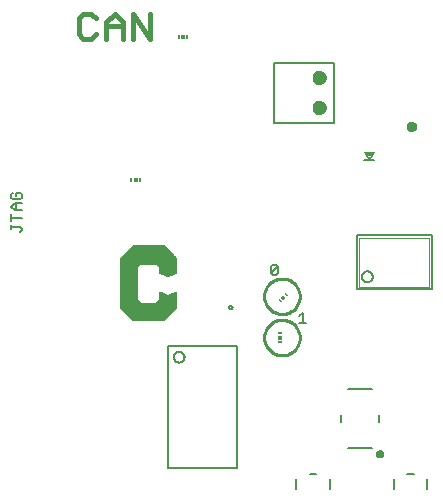
<source format=gto>
G75*
G70*
%OFA0B0*%
%FSLAX24Y24*%
%IPPOS*%
%LPD*%
%AMOC8*
5,1,8,0,0,1.08239X$1,22.5*
%
%ADD10C,0.0050*%
%ADD11C,0.0098*%
%ADD12C,0.0150*%
%ADD13R,0.0059X0.0118*%
%ADD14R,0.0118X0.0118*%
%ADD15R,0.0118X0.0059*%
%ADD16R,0.0118X0.0118*%
%ADD17C,0.0004*%
%ADD18C,0.0236*%
%ADD19C,0.0060*%
%ADD20C,0.0080*%
%ADD21C,0.0157*%
%ADD22C,0.0039*%
%ADD23C,0.0079*%
%ADD24C,0.0020*%
D10*
X008480Y007788D02*
X008482Y007802D01*
X008488Y007816D01*
X008496Y007828D01*
X008508Y007836D01*
X008522Y007842D01*
X008536Y007844D01*
X008550Y007842D01*
X008564Y007836D01*
X008576Y007828D01*
X008584Y007816D01*
X008590Y007802D01*
X008592Y007788D01*
X008590Y007774D01*
X008584Y007760D01*
X008576Y007748D01*
X008564Y007740D01*
X008550Y007734D01*
X008536Y007732D01*
X008522Y007734D01*
X008508Y007740D01*
X008496Y007748D01*
X008488Y007760D01*
X008482Y007774D01*
X008480Y007788D01*
X009870Y008923D02*
X010099Y009153D01*
X010099Y008923D01*
X010042Y008866D01*
X009927Y008866D01*
X009870Y008923D01*
X009870Y009153D01*
X009927Y009210D01*
X010042Y009210D01*
X010099Y009153D01*
X010929Y007596D02*
X010929Y007252D01*
X010815Y007252D02*
X011044Y007252D01*
X010815Y007481D02*
X010929Y007596D01*
X013497Y002887D02*
X013499Y002893D01*
X013503Y002897D01*
X013510Y002898D01*
X013515Y002895D01*
X013519Y002890D01*
X013519Y002884D01*
X013515Y002879D01*
X013510Y002876D01*
X013503Y002877D01*
X013499Y002881D01*
X013497Y002887D01*
X013451Y002887D02*
X013453Y002902D01*
X013459Y002915D01*
X013468Y002927D01*
X013479Y002936D01*
X013493Y002942D01*
X013508Y002944D01*
X013523Y002942D01*
X013536Y002936D01*
X013548Y002927D01*
X013557Y002916D01*
X013563Y002902D01*
X013565Y002887D01*
X013563Y002872D01*
X013557Y002859D01*
X013548Y002847D01*
X013537Y002838D01*
X013523Y002832D01*
X013508Y002830D01*
X013493Y002832D01*
X013480Y002838D01*
X013468Y002847D01*
X013459Y002858D01*
X013453Y002872D01*
X013451Y002887D01*
X013404Y002887D02*
X013406Y002907D01*
X013411Y002926D01*
X013421Y002943D01*
X013433Y002959D01*
X013448Y002972D01*
X013465Y002982D01*
X013483Y002988D01*
X013503Y002991D01*
X013523Y002990D01*
X013542Y002985D01*
X013560Y002977D01*
X013576Y002966D01*
X013590Y002951D01*
X013600Y002935D01*
X013608Y002916D01*
X013612Y002897D01*
X013612Y002877D01*
X013608Y002858D01*
X013600Y002839D01*
X013590Y002823D01*
X013576Y002808D01*
X013560Y002797D01*
X013542Y002789D01*
X013523Y002784D01*
X013503Y002783D01*
X013483Y002786D01*
X013465Y002792D01*
X013448Y002802D01*
X013433Y002815D01*
X013421Y002831D01*
X013411Y002848D01*
X013406Y002867D01*
X013404Y002887D01*
X011977Y013943D02*
X009977Y013943D01*
X009977Y015943D01*
X011977Y015943D01*
X011977Y013943D01*
X001562Y011553D02*
X001562Y011438D01*
X001505Y011381D01*
X001275Y011381D01*
X001218Y011438D01*
X001218Y011553D01*
X001275Y011610D01*
X001390Y011610D02*
X001390Y011495D01*
X001390Y011610D02*
X001505Y011610D01*
X001562Y011553D01*
X001562Y011247D02*
X001333Y011247D01*
X001218Y011133D01*
X001333Y011018D01*
X001562Y011018D01*
X001390Y011018D02*
X001390Y011247D01*
X001218Y010885D02*
X001218Y010656D01*
X001218Y010770D02*
X001562Y010770D01*
X001505Y010465D02*
X001218Y010465D01*
X001218Y010408D02*
X001218Y010522D01*
X001505Y010465D02*
X001562Y010408D01*
X001562Y010351D01*
X001505Y010293D01*
D11*
X009648Y008152D02*
X009650Y008200D01*
X009656Y008248D01*
X009666Y008295D01*
X009679Y008341D01*
X009697Y008386D01*
X009717Y008430D01*
X009742Y008472D01*
X009770Y008511D01*
X009800Y008548D01*
X009834Y008582D01*
X009871Y008614D01*
X009909Y008643D01*
X009950Y008668D01*
X009993Y008690D01*
X010038Y008708D01*
X010084Y008722D01*
X010131Y008733D01*
X010179Y008740D01*
X010227Y008743D01*
X010275Y008742D01*
X010323Y008737D01*
X010371Y008728D01*
X010417Y008716D01*
X010462Y008699D01*
X010506Y008679D01*
X010548Y008656D01*
X010588Y008629D01*
X010626Y008599D01*
X010661Y008566D01*
X010693Y008530D01*
X010723Y008492D01*
X010749Y008451D01*
X010771Y008408D01*
X010791Y008364D01*
X010806Y008319D01*
X010818Y008272D01*
X010826Y008224D01*
X010830Y008176D01*
X010830Y008128D01*
X010826Y008080D01*
X010818Y008032D01*
X010806Y007985D01*
X010791Y007940D01*
X010771Y007896D01*
X010749Y007853D01*
X010723Y007812D01*
X010693Y007774D01*
X010661Y007738D01*
X010626Y007705D01*
X010588Y007675D01*
X010548Y007648D01*
X010506Y007625D01*
X010462Y007605D01*
X010417Y007588D01*
X010371Y007576D01*
X010323Y007567D01*
X010275Y007562D01*
X010227Y007561D01*
X010179Y007564D01*
X010131Y007571D01*
X010084Y007582D01*
X010038Y007596D01*
X009993Y007614D01*
X009950Y007636D01*
X009909Y007661D01*
X009871Y007690D01*
X009834Y007722D01*
X009800Y007756D01*
X009770Y007793D01*
X009742Y007832D01*
X009717Y007874D01*
X009697Y007918D01*
X009679Y007963D01*
X009666Y008009D01*
X009656Y008056D01*
X009650Y008104D01*
X009648Y008152D01*
X009648Y006774D02*
X009650Y006822D01*
X009656Y006870D01*
X009666Y006917D01*
X009679Y006963D01*
X009697Y007008D01*
X009717Y007052D01*
X009742Y007094D01*
X009770Y007133D01*
X009800Y007170D01*
X009834Y007204D01*
X009871Y007236D01*
X009909Y007265D01*
X009950Y007290D01*
X009993Y007312D01*
X010038Y007330D01*
X010084Y007344D01*
X010131Y007355D01*
X010179Y007362D01*
X010227Y007365D01*
X010275Y007364D01*
X010323Y007359D01*
X010371Y007350D01*
X010417Y007338D01*
X010462Y007321D01*
X010506Y007301D01*
X010548Y007278D01*
X010588Y007251D01*
X010626Y007221D01*
X010661Y007188D01*
X010693Y007152D01*
X010723Y007114D01*
X010749Y007073D01*
X010771Y007030D01*
X010791Y006986D01*
X010806Y006941D01*
X010818Y006894D01*
X010826Y006846D01*
X010830Y006798D01*
X010830Y006750D01*
X010826Y006702D01*
X010818Y006654D01*
X010806Y006607D01*
X010791Y006562D01*
X010771Y006518D01*
X010749Y006475D01*
X010723Y006434D01*
X010693Y006396D01*
X010661Y006360D01*
X010626Y006327D01*
X010588Y006297D01*
X010548Y006270D01*
X010506Y006247D01*
X010462Y006227D01*
X010417Y006210D01*
X010371Y006198D01*
X010323Y006189D01*
X010275Y006184D01*
X010227Y006183D01*
X010179Y006186D01*
X010131Y006193D01*
X010084Y006204D01*
X010038Y006218D01*
X009993Y006236D01*
X009950Y006258D01*
X009909Y006283D01*
X009871Y006312D01*
X009834Y006344D01*
X009800Y006378D01*
X009770Y006415D01*
X009742Y006454D01*
X009717Y006496D01*
X009697Y006540D01*
X009679Y006585D01*
X009666Y006631D01*
X009656Y006678D01*
X009650Y006726D01*
X009648Y006774D01*
D12*
X005842Y016741D02*
X005842Y017576D01*
X005285Y017576D02*
X005842Y016741D01*
X005285Y016741D02*
X005285Y017576D01*
X004936Y017297D02*
X004936Y016741D01*
X004936Y017158D02*
X004379Y017158D01*
X004379Y017297D02*
X004658Y017576D01*
X004936Y017297D01*
X004379Y017297D02*
X004379Y016741D01*
X004030Y016880D02*
X003890Y016741D01*
X003612Y016741D01*
X003473Y016880D01*
X003473Y017437D01*
X003612Y017576D01*
X003890Y017576D01*
X004030Y017437D01*
D13*
X006794Y016804D03*
X007089Y016804D03*
X005514Y012030D03*
X005219Y012030D03*
G36*
X010114Y008027D02*
X010155Y008068D01*
X010238Y007985D01*
X010197Y007944D01*
X010114Y008027D01*
G37*
G36*
X010323Y008236D02*
X010364Y008277D01*
X010447Y008194D01*
X010406Y008153D01*
X010323Y008236D01*
G37*
D14*
G36*
X010197Y008110D02*
X010280Y008193D01*
X010363Y008110D01*
X010280Y008027D01*
X010197Y008110D01*
G37*
D15*
X010179Y006922D03*
X010179Y006626D03*
D16*
X010179Y006774D03*
X005366Y012030D03*
X006941Y016804D03*
D17*
X006292Y007345D02*
X005268Y007345D01*
X006292Y007345D01*
X006705Y007758D01*
X006705Y008310D01*
X006429Y008191D01*
X006154Y008310D01*
X006154Y008054D01*
X006705Y008054D01*
X006705Y008052D02*
X006152Y008052D01*
X006154Y008054D02*
X006036Y007936D01*
X005504Y007936D01*
X005406Y008034D01*
X005406Y009136D01*
X004855Y009136D01*
X004855Y009138D02*
X005408Y009138D01*
X005406Y009136D02*
X005504Y009235D01*
X006055Y009235D01*
X006154Y009136D01*
X006705Y009136D01*
X006705Y009138D02*
X006152Y009138D01*
X006154Y009136D02*
X006154Y008939D01*
X006429Y008821D01*
X006705Y008939D01*
X006705Y009432D01*
X006292Y009845D01*
X005268Y009845D01*
X004855Y009432D01*
X004855Y007758D01*
X005268Y007345D01*
X005266Y007347D02*
X006294Y007347D01*
X006297Y007350D02*
X005263Y007350D01*
X005261Y007352D02*
X006299Y007352D01*
X006302Y007355D02*
X005258Y007355D01*
X005256Y007357D02*
X006304Y007357D01*
X006307Y007360D02*
X005253Y007360D01*
X005251Y007362D02*
X006309Y007362D01*
X006311Y007365D02*
X005248Y007365D01*
X005246Y007367D02*
X006314Y007367D01*
X006316Y007370D02*
X005243Y007370D01*
X005241Y007372D02*
X006319Y007372D01*
X006321Y007375D02*
X005238Y007375D01*
X005236Y007377D02*
X006324Y007377D01*
X006326Y007380D02*
X005233Y007380D01*
X005231Y007382D02*
X006329Y007382D01*
X006331Y007385D02*
X005228Y007385D01*
X005226Y007387D02*
X006334Y007387D01*
X006336Y007390D02*
X005223Y007390D01*
X005221Y007392D02*
X006339Y007392D01*
X006341Y007395D02*
X005218Y007395D01*
X005216Y007397D02*
X006344Y007397D01*
X006346Y007400D02*
X005213Y007400D01*
X005211Y007402D02*
X006349Y007402D01*
X006351Y007404D02*
X005209Y007404D01*
X005206Y007407D02*
X006354Y007407D01*
X006356Y007409D02*
X005204Y007409D01*
X005201Y007412D02*
X006359Y007412D01*
X006361Y007414D02*
X005199Y007414D01*
X005196Y007417D02*
X006364Y007417D01*
X006366Y007419D02*
X005194Y007419D01*
X005191Y007422D02*
X006369Y007422D01*
X006371Y007424D02*
X005189Y007424D01*
X005186Y007427D02*
X006374Y007427D01*
X006376Y007429D02*
X005184Y007429D01*
X005181Y007432D02*
X006378Y007432D01*
X006381Y007434D02*
X005179Y007434D01*
X005176Y007437D02*
X006383Y007437D01*
X006386Y007439D02*
X005174Y007439D01*
X005171Y007442D02*
X006388Y007442D01*
X006391Y007444D02*
X005169Y007444D01*
X005166Y007447D02*
X006393Y007447D01*
X006396Y007449D02*
X005164Y007449D01*
X005161Y007452D02*
X006398Y007452D01*
X006401Y007454D02*
X005159Y007454D01*
X005156Y007457D02*
X006403Y007457D01*
X006406Y007459D02*
X005154Y007459D01*
X005151Y007462D02*
X006408Y007462D01*
X006411Y007464D02*
X005149Y007464D01*
X005146Y007466D02*
X006413Y007466D01*
X006416Y007469D02*
X005144Y007469D01*
X005142Y007471D02*
X006418Y007471D01*
X006421Y007474D02*
X005139Y007474D01*
X005137Y007476D02*
X006423Y007476D01*
X006426Y007479D02*
X005134Y007479D01*
X005132Y007481D02*
X006428Y007481D01*
X006431Y007484D02*
X005129Y007484D01*
X005127Y007486D02*
X006433Y007486D01*
X006436Y007489D02*
X005124Y007489D01*
X005122Y007491D02*
X006438Y007491D01*
X006440Y007494D02*
X005119Y007494D01*
X005117Y007496D02*
X006443Y007496D01*
X006445Y007499D02*
X005114Y007499D01*
X005112Y007501D02*
X006448Y007501D01*
X006450Y007504D02*
X005109Y007504D01*
X005107Y007506D02*
X006453Y007506D01*
X006455Y007509D02*
X005104Y007509D01*
X005102Y007511D02*
X006458Y007511D01*
X006460Y007514D02*
X005099Y007514D01*
X005097Y007516D02*
X006463Y007516D01*
X006465Y007519D02*
X005094Y007519D01*
X005092Y007521D02*
X006468Y007521D01*
X006470Y007524D02*
X005089Y007524D01*
X005087Y007526D02*
X006473Y007526D01*
X006475Y007529D02*
X005084Y007529D01*
X005082Y007531D02*
X006478Y007531D01*
X006480Y007533D02*
X005080Y007533D01*
X005077Y007536D02*
X006483Y007536D01*
X006485Y007538D02*
X005075Y007538D01*
X005072Y007541D02*
X006488Y007541D01*
X006490Y007543D02*
X005070Y007543D01*
X005067Y007546D02*
X006493Y007546D01*
X006495Y007548D02*
X005065Y007548D01*
X005062Y007551D02*
X006498Y007551D01*
X006500Y007553D02*
X005060Y007553D01*
X005057Y007556D02*
X006502Y007556D01*
X006505Y007558D02*
X005055Y007558D01*
X005052Y007561D02*
X006507Y007561D01*
X006510Y007563D02*
X005050Y007563D01*
X005047Y007566D02*
X006512Y007566D01*
X006515Y007568D02*
X005045Y007568D01*
X005042Y007571D02*
X006517Y007571D01*
X006520Y007573D02*
X005040Y007573D01*
X005037Y007576D02*
X006522Y007576D01*
X006525Y007578D02*
X005035Y007578D01*
X005032Y007581D02*
X006527Y007581D01*
X006530Y007583D02*
X005030Y007583D01*
X005027Y007586D02*
X006532Y007586D01*
X006535Y007588D02*
X005025Y007588D01*
X005022Y007591D02*
X006537Y007591D01*
X006540Y007593D02*
X005020Y007593D01*
X005018Y007595D02*
X006542Y007595D01*
X006545Y007598D02*
X005015Y007598D01*
X005013Y007600D02*
X006547Y007600D01*
X006550Y007603D02*
X005010Y007603D01*
X005008Y007605D02*
X006552Y007605D01*
X006555Y007608D02*
X005005Y007608D01*
X005003Y007610D02*
X006557Y007610D01*
X006560Y007613D02*
X005000Y007613D01*
X004998Y007615D02*
X006562Y007615D01*
X006564Y007618D02*
X004995Y007618D01*
X004993Y007620D02*
X006567Y007620D01*
X006569Y007623D02*
X004990Y007623D01*
X004988Y007625D02*
X006572Y007625D01*
X006574Y007628D02*
X004985Y007628D01*
X004983Y007630D02*
X006577Y007630D01*
X006579Y007633D02*
X004980Y007633D01*
X004978Y007635D02*
X006582Y007635D01*
X006584Y007638D02*
X004975Y007638D01*
X004973Y007640D02*
X006587Y007640D01*
X006589Y007643D02*
X004970Y007643D01*
X004968Y007645D02*
X006592Y007645D01*
X006594Y007648D02*
X004965Y007648D01*
X004963Y007650D02*
X006597Y007650D01*
X006599Y007653D02*
X004960Y007653D01*
X004958Y007655D02*
X006602Y007655D01*
X006604Y007657D02*
X004956Y007657D01*
X004953Y007660D02*
X006607Y007660D01*
X006609Y007662D02*
X004951Y007662D01*
X004948Y007665D02*
X006612Y007665D01*
X006614Y007667D02*
X004946Y007667D01*
X004943Y007670D02*
X006617Y007670D01*
X006619Y007672D02*
X004941Y007672D01*
X004938Y007675D02*
X006622Y007675D01*
X006624Y007677D02*
X004936Y007677D01*
X004933Y007680D02*
X006626Y007680D01*
X006629Y007682D02*
X004931Y007682D01*
X004928Y007685D02*
X006631Y007685D01*
X006634Y007687D02*
X004926Y007687D01*
X004923Y007690D02*
X006636Y007690D01*
X006639Y007692D02*
X004921Y007692D01*
X004918Y007695D02*
X006641Y007695D01*
X006644Y007697D02*
X004916Y007697D01*
X004913Y007700D02*
X006646Y007700D01*
X006649Y007702D02*
X004911Y007702D01*
X004908Y007705D02*
X006651Y007705D01*
X006654Y007707D02*
X004906Y007707D01*
X004903Y007710D02*
X006656Y007710D01*
X006659Y007712D02*
X004901Y007712D01*
X004898Y007715D02*
X006661Y007715D01*
X006664Y007717D02*
X004896Y007717D01*
X004894Y007719D02*
X006666Y007719D01*
X006669Y007722D02*
X004891Y007722D01*
X004889Y007724D02*
X006671Y007724D01*
X006674Y007727D02*
X004886Y007727D01*
X004884Y007729D02*
X006676Y007729D01*
X006679Y007732D02*
X004881Y007732D01*
X004879Y007734D02*
X006681Y007734D01*
X006684Y007737D02*
X004876Y007737D01*
X004874Y007739D02*
X006686Y007739D01*
X006689Y007742D02*
X004871Y007742D01*
X004869Y007744D02*
X006691Y007744D01*
X006693Y007747D02*
X004866Y007747D01*
X004864Y007749D02*
X006696Y007749D01*
X006698Y007752D02*
X004861Y007752D01*
X004859Y007754D02*
X006701Y007754D01*
X006703Y007757D02*
X004856Y007757D01*
X004855Y007759D02*
X006705Y007759D01*
X006705Y007762D02*
X004855Y007762D01*
X004855Y007764D02*
X006705Y007764D01*
X006705Y007767D02*
X004855Y007767D01*
X004855Y007769D02*
X006705Y007769D01*
X006705Y007772D02*
X004855Y007772D01*
X004855Y007774D02*
X006705Y007774D01*
X006705Y007777D02*
X004855Y007777D01*
X004855Y007779D02*
X006705Y007779D01*
X006705Y007781D02*
X004855Y007781D01*
X004855Y007784D02*
X006705Y007784D01*
X006705Y007786D02*
X004855Y007786D01*
X004855Y007789D02*
X006705Y007789D01*
X006705Y007791D02*
X004855Y007791D01*
X004855Y007794D02*
X006705Y007794D01*
X006705Y007796D02*
X004855Y007796D01*
X004855Y007799D02*
X006705Y007799D01*
X006705Y007801D02*
X004855Y007801D01*
X004855Y007804D02*
X006705Y007804D01*
X006705Y007806D02*
X004855Y007806D01*
X004855Y007809D02*
X006705Y007809D01*
X006705Y007811D02*
X004855Y007811D01*
X004855Y007814D02*
X006705Y007814D01*
X006705Y007816D02*
X004855Y007816D01*
X004855Y007819D02*
X006705Y007819D01*
X006705Y007821D02*
X004855Y007821D01*
X004855Y007824D02*
X006705Y007824D01*
X006705Y007826D02*
X004855Y007826D01*
X004855Y007829D02*
X006705Y007829D01*
X006705Y007831D02*
X004855Y007831D01*
X004855Y007834D02*
X006705Y007834D01*
X006705Y007836D02*
X004855Y007836D01*
X004855Y007839D02*
X006705Y007839D01*
X006705Y007841D02*
X004855Y007841D01*
X004855Y007844D02*
X006705Y007844D01*
X006705Y007846D02*
X004855Y007846D01*
X004855Y007848D02*
X006705Y007848D01*
X006705Y007851D02*
X004855Y007851D01*
X004855Y007853D02*
X006705Y007853D01*
X006705Y007856D02*
X004855Y007856D01*
X004855Y007858D02*
X006705Y007858D01*
X006705Y007861D02*
X004855Y007861D01*
X004855Y007863D02*
X006705Y007863D01*
X006705Y007866D02*
X004855Y007866D01*
X004855Y007868D02*
X006705Y007868D01*
X006705Y007871D02*
X004855Y007871D01*
X004855Y007873D02*
X006705Y007873D01*
X006705Y007876D02*
X004855Y007876D01*
X004855Y007878D02*
X006705Y007878D01*
X006705Y007881D02*
X004855Y007881D01*
X004855Y007883D02*
X006705Y007883D01*
X006705Y007886D02*
X004855Y007886D01*
X004855Y007888D02*
X006705Y007888D01*
X006705Y007891D02*
X004855Y007891D01*
X004855Y007893D02*
X006705Y007893D01*
X006705Y007896D02*
X004855Y007896D01*
X004855Y007898D02*
X006705Y007898D01*
X006705Y007901D02*
X004855Y007901D01*
X004855Y007903D02*
X006705Y007903D01*
X006705Y007906D02*
X004855Y007906D01*
X004855Y007908D02*
X006705Y007908D01*
X006705Y007910D02*
X004855Y007910D01*
X004855Y007913D02*
X006705Y007913D01*
X006705Y007915D02*
X004855Y007915D01*
X004855Y007918D02*
X006705Y007918D01*
X006705Y007920D02*
X004855Y007920D01*
X004855Y007923D02*
X006705Y007923D01*
X006705Y007925D02*
X004855Y007925D01*
X004855Y007928D02*
X006705Y007928D01*
X006705Y007930D02*
X004855Y007930D01*
X004855Y007933D02*
X006705Y007933D01*
X006705Y007935D02*
X004855Y007935D01*
X004855Y007938D02*
X005502Y007938D01*
X005500Y007940D02*
X004855Y007940D01*
X004855Y007943D02*
X005497Y007943D01*
X005495Y007945D02*
X004855Y007945D01*
X004855Y007948D02*
X005492Y007948D01*
X005490Y007950D02*
X004855Y007950D01*
X004855Y007953D02*
X005487Y007953D01*
X005485Y007955D02*
X004855Y007955D01*
X004855Y007958D02*
X005482Y007958D01*
X005480Y007960D02*
X004855Y007960D01*
X004855Y007963D02*
X005477Y007963D01*
X005475Y007965D02*
X004855Y007965D01*
X004855Y007968D02*
X005472Y007968D01*
X005470Y007970D02*
X004855Y007970D01*
X004855Y007972D02*
X005467Y007972D01*
X005465Y007975D02*
X004855Y007975D01*
X004855Y007977D02*
X005462Y007977D01*
X005460Y007980D02*
X004855Y007980D01*
X004855Y007982D02*
X005457Y007982D01*
X005455Y007985D02*
X004855Y007985D01*
X004855Y007987D02*
X005452Y007987D01*
X005450Y007990D02*
X004855Y007990D01*
X004855Y007992D02*
X005447Y007992D01*
X005445Y007995D02*
X004855Y007995D01*
X004855Y007997D02*
X005442Y007997D01*
X005440Y008000D02*
X004855Y008000D01*
X004855Y008002D02*
X005438Y008002D01*
X005435Y008005D02*
X004855Y008005D01*
X004855Y008007D02*
X005433Y008007D01*
X005430Y008010D02*
X004855Y008010D01*
X004855Y008012D02*
X005428Y008012D01*
X005425Y008015D02*
X004855Y008015D01*
X004855Y008017D02*
X005423Y008017D01*
X005420Y008020D02*
X004855Y008020D01*
X004855Y008022D02*
X005418Y008022D01*
X005415Y008025D02*
X004855Y008025D01*
X004855Y008027D02*
X005413Y008027D01*
X005410Y008030D02*
X004855Y008030D01*
X004855Y008032D02*
X005408Y008032D01*
X005406Y008034D02*
X004855Y008034D01*
X004855Y008037D02*
X005406Y008037D01*
X005406Y008039D02*
X004855Y008039D01*
X004855Y008042D02*
X005406Y008042D01*
X005406Y008044D02*
X004855Y008044D01*
X004855Y008047D02*
X005406Y008047D01*
X005406Y008049D02*
X004855Y008049D01*
X004855Y008052D02*
X005406Y008052D01*
X005406Y008054D02*
X004855Y008054D01*
X004855Y008057D02*
X005406Y008057D01*
X005406Y008059D02*
X004855Y008059D01*
X004855Y008062D02*
X005406Y008062D01*
X005406Y008064D02*
X004855Y008064D01*
X004855Y008067D02*
X005406Y008067D01*
X005406Y008069D02*
X004855Y008069D01*
X004855Y008072D02*
X005406Y008072D01*
X005406Y008074D02*
X004855Y008074D01*
X004855Y008077D02*
X005406Y008077D01*
X005406Y008079D02*
X004855Y008079D01*
X004855Y008082D02*
X005406Y008082D01*
X005406Y008084D02*
X004855Y008084D01*
X004855Y008087D02*
X005406Y008087D01*
X005406Y008089D02*
X004855Y008089D01*
X004855Y008092D02*
X005406Y008092D01*
X005406Y008094D02*
X004855Y008094D01*
X004855Y008096D02*
X005406Y008096D01*
X005406Y008099D02*
X004855Y008099D01*
X004855Y008101D02*
X005406Y008101D01*
X005406Y008104D02*
X004855Y008104D01*
X004855Y008106D02*
X005406Y008106D01*
X005406Y008109D02*
X004855Y008109D01*
X004855Y008111D02*
X005406Y008111D01*
X005406Y008114D02*
X004855Y008114D01*
X004855Y008116D02*
X005406Y008116D01*
X005406Y008119D02*
X004855Y008119D01*
X004855Y008121D02*
X005406Y008121D01*
X005406Y008124D02*
X004855Y008124D01*
X004855Y008126D02*
X005406Y008126D01*
X005406Y008129D02*
X004855Y008129D01*
X004855Y008131D02*
X005406Y008131D01*
X005406Y008134D02*
X004855Y008134D01*
X004855Y008136D02*
X005406Y008136D01*
X005406Y008139D02*
X004855Y008139D01*
X004855Y008141D02*
X005406Y008141D01*
X005406Y008144D02*
X004855Y008144D01*
X004855Y008146D02*
X005406Y008146D01*
X005406Y008149D02*
X004855Y008149D01*
X004855Y008151D02*
X005406Y008151D01*
X005406Y008154D02*
X004855Y008154D01*
X004855Y008156D02*
X005406Y008156D01*
X005406Y008159D02*
X004855Y008159D01*
X004855Y008161D02*
X005406Y008161D01*
X005406Y008163D02*
X004855Y008163D01*
X004855Y008166D02*
X005406Y008166D01*
X005406Y008168D02*
X004855Y008168D01*
X004855Y008171D02*
X005406Y008171D01*
X005406Y008173D02*
X004855Y008173D01*
X004855Y008176D02*
X005406Y008176D01*
X005406Y008178D02*
X004855Y008178D01*
X004855Y008181D02*
X005406Y008181D01*
X005406Y008183D02*
X004855Y008183D01*
X004855Y008186D02*
X005406Y008186D01*
X005406Y008188D02*
X004855Y008188D01*
X004855Y008191D02*
X005406Y008191D01*
X005406Y008193D02*
X004855Y008193D01*
X004855Y008196D02*
X005406Y008196D01*
X005406Y008198D02*
X004855Y008198D01*
X004855Y008201D02*
X005406Y008201D01*
X005406Y008203D02*
X004855Y008203D01*
X004855Y008206D02*
X005406Y008206D01*
X005406Y008208D02*
X004855Y008208D01*
X004855Y008211D02*
X005406Y008211D01*
X005406Y008213D02*
X004855Y008213D01*
X004855Y008216D02*
X005406Y008216D01*
X005406Y008218D02*
X004855Y008218D01*
X004855Y008221D02*
X005406Y008221D01*
X005406Y008223D02*
X004855Y008223D01*
X004855Y008225D02*
X005406Y008225D01*
X005406Y008228D02*
X004855Y008228D01*
X004855Y008230D02*
X005406Y008230D01*
X005406Y008233D02*
X004855Y008233D01*
X004855Y008235D02*
X005406Y008235D01*
X005406Y008238D02*
X004855Y008238D01*
X004855Y008240D02*
X005406Y008240D01*
X005406Y008243D02*
X004855Y008243D01*
X004855Y008245D02*
X005406Y008245D01*
X005406Y008248D02*
X004855Y008248D01*
X004855Y008250D02*
X005406Y008250D01*
X005406Y008253D02*
X004855Y008253D01*
X004855Y008255D02*
X005406Y008255D01*
X005406Y008258D02*
X004855Y008258D01*
X004855Y008260D02*
X005406Y008260D01*
X005406Y008263D02*
X004855Y008263D01*
X004855Y008265D02*
X005406Y008265D01*
X005406Y008268D02*
X004855Y008268D01*
X004855Y008270D02*
X005406Y008270D01*
X005406Y008273D02*
X004855Y008273D01*
X004855Y008275D02*
X005406Y008275D01*
X005406Y008278D02*
X004855Y008278D01*
X004855Y008280D02*
X005406Y008280D01*
X005406Y008283D02*
X004855Y008283D01*
X004855Y008285D02*
X005406Y008285D01*
X005406Y008287D02*
X004855Y008287D01*
X004855Y008290D02*
X005406Y008290D01*
X005406Y008292D02*
X004855Y008292D01*
X004855Y008295D02*
X005406Y008295D01*
X005406Y008297D02*
X004855Y008297D01*
X004855Y008300D02*
X005406Y008300D01*
X005406Y008302D02*
X004855Y008302D01*
X004855Y008305D02*
X005406Y008305D01*
X005406Y008307D02*
X004855Y008307D01*
X004855Y008310D02*
X005406Y008310D01*
X005406Y008312D02*
X004855Y008312D01*
X004855Y008315D02*
X005406Y008315D01*
X005406Y008317D02*
X004855Y008317D01*
X004855Y008320D02*
X005406Y008320D01*
X005406Y008322D02*
X004855Y008322D01*
X004855Y008325D02*
X005406Y008325D01*
X005406Y008327D02*
X004855Y008327D01*
X004855Y008330D02*
X005406Y008330D01*
X005406Y008332D02*
X004855Y008332D01*
X004855Y008335D02*
X005406Y008335D01*
X005406Y008337D02*
X004855Y008337D01*
X004855Y008340D02*
X005406Y008340D01*
X005406Y008342D02*
X004855Y008342D01*
X004855Y008345D02*
X005406Y008345D01*
X005406Y008347D02*
X004855Y008347D01*
X004855Y008349D02*
X005406Y008349D01*
X005406Y008352D02*
X004855Y008352D01*
X004855Y008354D02*
X005406Y008354D01*
X005406Y008357D02*
X004855Y008357D01*
X004855Y008359D02*
X005406Y008359D01*
X005406Y008362D02*
X004855Y008362D01*
X004855Y008364D02*
X005406Y008364D01*
X005406Y008367D02*
X004855Y008367D01*
X004855Y008369D02*
X005406Y008369D01*
X005406Y008372D02*
X004855Y008372D01*
X004855Y008374D02*
X005406Y008374D01*
X005406Y008377D02*
X004855Y008377D01*
X004855Y008379D02*
X005406Y008379D01*
X005406Y008382D02*
X004855Y008382D01*
X004855Y008384D02*
X005406Y008384D01*
X005406Y008387D02*
X004855Y008387D01*
X004855Y008389D02*
X005406Y008389D01*
X005406Y008392D02*
X004855Y008392D01*
X004855Y008394D02*
X005406Y008394D01*
X005406Y008397D02*
X004855Y008397D01*
X004855Y008399D02*
X005406Y008399D01*
X005406Y008402D02*
X004855Y008402D01*
X004855Y008404D02*
X005406Y008404D01*
X005406Y008407D02*
X004855Y008407D01*
X004855Y008409D02*
X005406Y008409D01*
X005406Y008411D02*
X004855Y008411D01*
X004855Y008414D02*
X005406Y008414D01*
X005406Y008416D02*
X004855Y008416D01*
X004855Y008419D02*
X005406Y008419D01*
X005406Y008421D02*
X004855Y008421D01*
X004855Y008424D02*
X005406Y008424D01*
X005406Y008426D02*
X004855Y008426D01*
X004855Y008429D02*
X005406Y008429D01*
X005406Y008431D02*
X004855Y008431D01*
X004855Y008434D02*
X005406Y008434D01*
X005406Y008436D02*
X004855Y008436D01*
X004855Y008439D02*
X005406Y008439D01*
X005406Y008441D02*
X004855Y008441D01*
X004855Y008444D02*
X005406Y008444D01*
X005406Y008446D02*
X004855Y008446D01*
X004855Y008449D02*
X005406Y008449D01*
X005406Y008451D02*
X004855Y008451D01*
X004855Y008454D02*
X005406Y008454D01*
X005406Y008456D02*
X004855Y008456D01*
X004855Y008459D02*
X005406Y008459D01*
X005406Y008461D02*
X004855Y008461D01*
X004855Y008464D02*
X005406Y008464D01*
X005406Y008466D02*
X004855Y008466D01*
X004855Y008469D02*
X005406Y008469D01*
X005406Y008471D02*
X004855Y008471D01*
X004855Y008474D02*
X005406Y008474D01*
X005406Y008476D02*
X004855Y008476D01*
X004855Y008478D02*
X005406Y008478D01*
X005406Y008481D02*
X004855Y008481D01*
X004855Y008483D02*
X005406Y008483D01*
X005406Y008486D02*
X004855Y008486D01*
X004855Y008488D02*
X005406Y008488D01*
X005406Y008491D02*
X004855Y008491D01*
X004855Y008493D02*
X005406Y008493D01*
X005406Y008496D02*
X004855Y008496D01*
X004855Y008498D02*
X005406Y008498D01*
X005406Y008501D02*
X004855Y008501D01*
X004855Y008503D02*
X005406Y008503D01*
X005406Y008506D02*
X004855Y008506D01*
X004855Y008508D02*
X005406Y008508D01*
X005406Y008511D02*
X004855Y008511D01*
X004855Y008513D02*
X005406Y008513D01*
X005406Y008516D02*
X004855Y008516D01*
X004855Y008518D02*
X005406Y008518D01*
X005406Y008521D02*
X004855Y008521D01*
X004855Y008523D02*
X005406Y008523D01*
X005406Y008526D02*
X004855Y008526D01*
X004855Y008528D02*
X005406Y008528D01*
X005406Y008531D02*
X004855Y008531D01*
X004855Y008533D02*
X005406Y008533D01*
X005406Y008536D02*
X004855Y008536D01*
X004855Y008538D02*
X005406Y008538D01*
X005406Y008540D02*
X004855Y008540D01*
X004855Y008543D02*
X005406Y008543D01*
X005406Y008545D02*
X004855Y008545D01*
X004855Y008548D02*
X005406Y008548D01*
X005406Y008550D02*
X004855Y008550D01*
X004855Y008553D02*
X005406Y008553D01*
X005406Y008555D02*
X004855Y008555D01*
X004855Y008558D02*
X005406Y008558D01*
X005406Y008560D02*
X004855Y008560D01*
X004855Y008563D02*
X005406Y008563D01*
X005406Y008565D02*
X004855Y008565D01*
X004855Y008568D02*
X005406Y008568D01*
X005406Y008570D02*
X004855Y008570D01*
X004855Y008573D02*
X005406Y008573D01*
X005406Y008575D02*
X004855Y008575D01*
X004855Y008578D02*
X005406Y008578D01*
X005406Y008580D02*
X004855Y008580D01*
X004855Y008583D02*
X005406Y008583D01*
X005406Y008585D02*
X004855Y008585D01*
X004855Y008588D02*
X005406Y008588D01*
X005406Y008590D02*
X004855Y008590D01*
X004855Y008593D02*
X005406Y008593D01*
X005406Y008595D02*
X004855Y008595D01*
X004855Y008598D02*
X005406Y008598D01*
X005406Y008600D02*
X004855Y008600D01*
X004855Y008602D02*
X005406Y008602D01*
X005406Y008605D02*
X004855Y008605D01*
X004855Y008607D02*
X005406Y008607D01*
X005406Y008610D02*
X004855Y008610D01*
X004855Y008612D02*
X005406Y008612D01*
X005406Y008615D02*
X004855Y008615D01*
X004855Y008617D02*
X005406Y008617D01*
X005406Y008620D02*
X004855Y008620D01*
X004855Y008622D02*
X005406Y008622D01*
X005406Y008625D02*
X004855Y008625D01*
X004855Y008627D02*
X005406Y008627D01*
X005406Y008630D02*
X004855Y008630D01*
X004855Y008632D02*
X005406Y008632D01*
X005406Y008635D02*
X004855Y008635D01*
X004855Y008637D02*
X005406Y008637D01*
X005406Y008640D02*
X004855Y008640D01*
X004855Y008642D02*
X005406Y008642D01*
X005406Y008645D02*
X004855Y008645D01*
X004855Y008647D02*
X005406Y008647D01*
X005406Y008650D02*
X004855Y008650D01*
X004855Y008652D02*
X005406Y008652D01*
X005406Y008655D02*
X004855Y008655D01*
X004855Y008657D02*
X005406Y008657D01*
X005406Y008660D02*
X004855Y008660D01*
X004855Y008662D02*
X005406Y008662D01*
X005406Y008664D02*
X004855Y008664D01*
X004855Y008667D02*
X005406Y008667D01*
X005406Y008669D02*
X004855Y008669D01*
X004855Y008672D02*
X005406Y008672D01*
X005406Y008674D02*
X004855Y008674D01*
X004855Y008677D02*
X005406Y008677D01*
X005406Y008679D02*
X004855Y008679D01*
X004855Y008682D02*
X005406Y008682D01*
X005406Y008684D02*
X004855Y008684D01*
X004855Y008687D02*
X005406Y008687D01*
X005406Y008689D02*
X004855Y008689D01*
X004855Y008692D02*
X005406Y008692D01*
X005406Y008694D02*
X004855Y008694D01*
X004855Y008697D02*
X005406Y008697D01*
X005406Y008699D02*
X004855Y008699D01*
X004855Y008702D02*
X005406Y008702D01*
X005406Y008704D02*
X004855Y008704D01*
X004855Y008707D02*
X005406Y008707D01*
X005406Y008709D02*
X004855Y008709D01*
X004855Y008712D02*
X005406Y008712D01*
X005406Y008714D02*
X004855Y008714D01*
X004855Y008717D02*
X005406Y008717D01*
X005406Y008719D02*
X004855Y008719D01*
X004855Y008722D02*
X005406Y008722D01*
X005406Y008724D02*
X004855Y008724D01*
X004855Y008726D02*
X005406Y008726D01*
X005406Y008729D02*
X004855Y008729D01*
X004855Y008731D02*
X005406Y008731D01*
X005406Y008734D02*
X004855Y008734D01*
X004855Y008736D02*
X005406Y008736D01*
X005406Y008739D02*
X004855Y008739D01*
X004855Y008741D02*
X005406Y008741D01*
X005406Y008744D02*
X004855Y008744D01*
X004855Y008746D02*
X005406Y008746D01*
X005406Y008749D02*
X004855Y008749D01*
X004855Y008751D02*
X005406Y008751D01*
X005406Y008754D02*
X004855Y008754D01*
X004855Y008756D02*
X005406Y008756D01*
X005406Y008759D02*
X004855Y008759D01*
X004855Y008761D02*
X005406Y008761D01*
X005406Y008764D02*
X004855Y008764D01*
X004855Y008766D02*
X005406Y008766D01*
X005406Y008769D02*
X004855Y008769D01*
X004855Y008771D02*
X005406Y008771D01*
X005406Y008774D02*
X004855Y008774D01*
X004855Y008776D02*
X005406Y008776D01*
X005406Y008779D02*
X004855Y008779D01*
X004855Y008781D02*
X005406Y008781D01*
X005406Y008784D02*
X004855Y008784D01*
X004855Y008786D02*
X005406Y008786D01*
X005406Y008789D02*
X004855Y008789D01*
X004855Y008791D02*
X005406Y008791D01*
X005406Y008793D02*
X004855Y008793D01*
X004855Y008796D02*
X005406Y008796D01*
X005406Y008798D02*
X004855Y008798D01*
X004855Y008801D02*
X005406Y008801D01*
X005406Y008803D02*
X004855Y008803D01*
X004855Y008806D02*
X005406Y008806D01*
X005406Y008808D02*
X004855Y008808D01*
X004855Y008811D02*
X005406Y008811D01*
X005406Y008813D02*
X004855Y008813D01*
X004855Y008816D02*
X005406Y008816D01*
X005406Y008818D02*
X004855Y008818D01*
X004855Y008821D02*
X005406Y008821D01*
X005406Y008823D02*
X004855Y008823D01*
X004855Y008826D02*
X005406Y008826D01*
X005406Y008828D02*
X004855Y008828D01*
X004855Y008831D02*
X005406Y008831D01*
X005406Y008833D02*
X004855Y008833D01*
X004855Y008836D02*
X005406Y008836D01*
X005406Y008838D02*
X004855Y008838D01*
X004855Y008841D02*
X005406Y008841D01*
X005406Y008843D02*
X004855Y008843D01*
X004855Y008846D02*
X005406Y008846D01*
X005406Y008848D02*
X004855Y008848D01*
X004855Y008851D02*
X005406Y008851D01*
X005406Y008853D02*
X004855Y008853D01*
X004855Y008855D02*
X005406Y008855D01*
X005406Y008858D02*
X004855Y008858D01*
X004855Y008860D02*
X005406Y008860D01*
X005406Y008863D02*
X004855Y008863D01*
X004855Y008865D02*
X005406Y008865D01*
X005406Y008868D02*
X004855Y008868D01*
X004855Y008870D02*
X005406Y008870D01*
X005406Y008873D02*
X004855Y008873D01*
X004855Y008875D02*
X005406Y008875D01*
X005406Y008878D02*
X004855Y008878D01*
X004855Y008880D02*
X005406Y008880D01*
X005406Y008883D02*
X004855Y008883D01*
X004855Y008885D02*
X005406Y008885D01*
X005406Y008888D02*
X004855Y008888D01*
X004855Y008890D02*
X005406Y008890D01*
X005406Y008893D02*
X004855Y008893D01*
X004855Y008895D02*
X005406Y008895D01*
X005406Y008898D02*
X004855Y008898D01*
X004855Y008900D02*
X005406Y008900D01*
X005406Y008903D02*
X004855Y008903D01*
X004855Y008905D02*
X005406Y008905D01*
X005406Y008908D02*
X004855Y008908D01*
X004855Y008910D02*
X005406Y008910D01*
X005406Y008913D02*
X004855Y008913D01*
X004855Y008915D02*
X005406Y008915D01*
X005406Y008917D02*
X004855Y008917D01*
X004855Y008920D02*
X005406Y008920D01*
X005406Y008922D02*
X004855Y008922D01*
X004855Y008925D02*
X005406Y008925D01*
X005406Y008927D02*
X004855Y008927D01*
X004855Y008930D02*
X005406Y008930D01*
X005406Y008932D02*
X004855Y008932D01*
X004855Y008935D02*
X005406Y008935D01*
X005406Y008937D02*
X004855Y008937D01*
X004855Y008940D02*
X005406Y008940D01*
X005406Y008942D02*
X004855Y008942D01*
X004855Y008945D02*
X005406Y008945D01*
X005406Y008947D02*
X004855Y008947D01*
X004855Y008950D02*
X005406Y008950D01*
X005406Y008952D02*
X004855Y008952D01*
X004855Y008955D02*
X005406Y008955D01*
X005406Y008957D02*
X004855Y008957D01*
X004855Y008960D02*
X005406Y008960D01*
X005406Y008962D02*
X004855Y008962D01*
X004855Y008965D02*
X005406Y008965D01*
X005406Y008967D02*
X004855Y008967D01*
X004855Y008970D02*
X005406Y008970D01*
X005406Y008972D02*
X004855Y008972D01*
X004855Y008975D02*
X005406Y008975D01*
X005406Y008977D02*
X004855Y008977D01*
X004855Y008979D02*
X005406Y008979D01*
X005406Y008982D02*
X004855Y008982D01*
X004855Y008984D02*
X005406Y008984D01*
X005406Y008987D02*
X004855Y008987D01*
X004855Y008989D02*
X005406Y008989D01*
X005406Y008992D02*
X004855Y008992D01*
X004855Y008994D02*
X005406Y008994D01*
X005406Y008997D02*
X004855Y008997D01*
X004855Y008999D02*
X005406Y008999D01*
X005406Y009002D02*
X004855Y009002D01*
X004855Y009004D02*
X005406Y009004D01*
X005406Y009007D02*
X004855Y009007D01*
X004855Y009009D02*
X005406Y009009D01*
X005406Y009012D02*
X004855Y009012D01*
X004855Y009014D02*
X005406Y009014D01*
X005406Y009017D02*
X004855Y009017D01*
X004855Y009019D02*
X005406Y009019D01*
X005406Y009022D02*
X004855Y009022D01*
X004855Y009024D02*
X005406Y009024D01*
X005406Y009027D02*
X004855Y009027D01*
X004855Y009029D02*
X005406Y009029D01*
X005406Y009032D02*
X004855Y009032D01*
X004855Y009034D02*
X005406Y009034D01*
X005406Y009037D02*
X004855Y009037D01*
X004855Y009039D02*
X005406Y009039D01*
X005406Y009041D02*
X004855Y009041D01*
X004855Y009044D02*
X005406Y009044D01*
X005406Y009046D02*
X004855Y009046D01*
X004855Y009049D02*
X005406Y009049D01*
X005406Y009051D02*
X004855Y009051D01*
X004855Y009054D02*
X005406Y009054D01*
X005406Y009056D02*
X004855Y009056D01*
X004855Y009059D02*
X005406Y009059D01*
X005406Y009061D02*
X004855Y009061D01*
X004855Y009064D02*
X005406Y009064D01*
X005406Y009066D02*
X004855Y009066D01*
X004855Y009069D02*
X005406Y009069D01*
X005406Y009071D02*
X004855Y009071D01*
X004855Y009074D02*
X005406Y009074D01*
X005406Y009076D02*
X004855Y009076D01*
X004855Y009079D02*
X005406Y009079D01*
X005406Y009081D02*
X004855Y009081D01*
X004855Y009084D02*
X005406Y009084D01*
X005406Y009086D02*
X004855Y009086D01*
X004855Y009089D02*
X005406Y009089D01*
X005406Y009091D02*
X004855Y009091D01*
X004855Y009094D02*
X005406Y009094D01*
X005406Y009096D02*
X004855Y009096D01*
X004855Y009099D02*
X005406Y009099D01*
X005406Y009101D02*
X004855Y009101D01*
X004855Y009104D02*
X005406Y009104D01*
X005406Y009106D02*
X004855Y009106D01*
X004855Y009108D02*
X005406Y009108D01*
X005406Y009111D02*
X004855Y009111D01*
X004855Y009113D02*
X005406Y009113D01*
X005406Y009116D02*
X004855Y009116D01*
X004855Y009118D02*
X005406Y009118D01*
X005406Y009121D02*
X004855Y009121D01*
X004855Y009123D02*
X005406Y009123D01*
X005406Y009126D02*
X004855Y009126D01*
X004855Y009128D02*
X005406Y009128D01*
X005406Y009131D02*
X004855Y009131D01*
X004855Y009133D02*
X005406Y009133D01*
X005410Y009141D02*
X004855Y009141D01*
X004855Y009143D02*
X005413Y009143D01*
X005415Y009146D02*
X004855Y009146D01*
X004855Y009148D02*
X005418Y009148D01*
X005420Y009151D02*
X004855Y009151D01*
X004855Y009153D02*
X005423Y009153D01*
X005425Y009156D02*
X004855Y009156D01*
X004855Y009158D02*
X005428Y009158D01*
X005430Y009161D02*
X004855Y009161D01*
X004855Y009163D02*
X005433Y009163D01*
X005435Y009166D02*
X004855Y009166D01*
X004855Y009168D02*
X005438Y009168D01*
X005440Y009170D02*
X004855Y009170D01*
X004855Y009173D02*
X005442Y009173D01*
X005445Y009175D02*
X004855Y009175D01*
X004855Y009178D02*
X005447Y009178D01*
X005450Y009180D02*
X004855Y009180D01*
X004855Y009183D02*
X005452Y009183D01*
X005455Y009185D02*
X004855Y009185D01*
X004855Y009188D02*
X005457Y009188D01*
X005460Y009190D02*
X004855Y009190D01*
X004855Y009193D02*
X005462Y009193D01*
X005465Y009195D02*
X004855Y009195D01*
X004855Y009198D02*
X005467Y009198D01*
X005470Y009200D02*
X004855Y009200D01*
X004855Y009203D02*
X005472Y009203D01*
X005475Y009205D02*
X004855Y009205D01*
X004855Y009208D02*
X005477Y009208D01*
X005480Y009210D02*
X004855Y009210D01*
X004855Y009213D02*
X005482Y009213D01*
X005485Y009215D02*
X004855Y009215D01*
X004855Y009218D02*
X005487Y009218D01*
X005490Y009220D02*
X004855Y009220D01*
X004855Y009223D02*
X005492Y009223D01*
X005495Y009225D02*
X004855Y009225D01*
X004855Y009228D02*
X005497Y009228D01*
X005500Y009230D02*
X004855Y009230D01*
X004855Y009232D02*
X005502Y009232D01*
X005137Y009714D02*
X006423Y009714D01*
X006420Y009716D02*
X005139Y009716D01*
X005142Y009719D02*
X006418Y009719D01*
X006416Y009721D02*
X005144Y009721D01*
X005147Y009724D02*
X006413Y009724D01*
X006411Y009726D02*
X005149Y009726D01*
X005152Y009729D02*
X006408Y009729D01*
X006406Y009731D02*
X005154Y009731D01*
X005157Y009734D02*
X006403Y009734D01*
X006401Y009736D02*
X005159Y009736D01*
X005162Y009738D02*
X006398Y009738D01*
X006396Y009741D02*
X005164Y009741D01*
X005166Y009743D02*
X006393Y009743D01*
X006391Y009746D02*
X005169Y009746D01*
X005171Y009748D02*
X006388Y009748D01*
X006386Y009751D02*
X005174Y009751D01*
X005176Y009753D02*
X006383Y009753D01*
X006381Y009756D02*
X005179Y009756D01*
X005181Y009758D02*
X006378Y009758D01*
X006376Y009761D02*
X005184Y009761D01*
X005186Y009763D02*
X006373Y009763D01*
X006371Y009766D02*
X005189Y009766D01*
X005191Y009768D02*
X006368Y009768D01*
X006366Y009771D02*
X005194Y009771D01*
X005196Y009773D02*
X006363Y009773D01*
X006361Y009776D02*
X005199Y009776D01*
X005201Y009778D02*
X006358Y009778D01*
X006356Y009781D02*
X005204Y009781D01*
X005206Y009783D02*
X006354Y009783D01*
X006351Y009786D02*
X005209Y009786D01*
X005211Y009788D02*
X006349Y009788D01*
X006346Y009791D02*
X005214Y009791D01*
X005216Y009793D02*
X006344Y009793D01*
X006341Y009796D02*
X005219Y009796D01*
X005221Y009798D02*
X006339Y009798D01*
X006336Y009800D02*
X005224Y009800D01*
X005226Y009803D02*
X006334Y009803D01*
X006331Y009805D02*
X005229Y009805D01*
X005231Y009808D02*
X006329Y009808D01*
X006326Y009810D02*
X005233Y009810D01*
X005236Y009813D02*
X006324Y009813D01*
X006321Y009815D02*
X005238Y009815D01*
X005241Y009818D02*
X006319Y009818D01*
X006316Y009820D02*
X005243Y009820D01*
X005246Y009823D02*
X006314Y009823D01*
X006311Y009825D02*
X005248Y009825D01*
X005251Y009828D02*
X006309Y009828D01*
X006306Y009830D02*
X005253Y009830D01*
X005256Y009833D02*
X006304Y009833D01*
X006301Y009835D02*
X005258Y009835D01*
X005261Y009838D02*
X006299Y009838D01*
X006296Y009840D02*
X005263Y009840D01*
X005266Y009843D02*
X006294Y009843D01*
X006425Y009711D02*
X005134Y009711D01*
X005132Y009709D02*
X006428Y009709D01*
X006430Y009706D02*
X005129Y009706D01*
X005127Y009704D02*
X006433Y009704D01*
X006435Y009701D02*
X005124Y009701D01*
X005122Y009699D02*
X006438Y009699D01*
X006440Y009696D02*
X005119Y009696D01*
X005117Y009694D02*
X006443Y009694D01*
X006445Y009691D02*
X005114Y009691D01*
X005112Y009689D02*
X006448Y009689D01*
X006450Y009686D02*
X005109Y009686D01*
X005107Y009684D02*
X006453Y009684D01*
X006455Y009681D02*
X005104Y009681D01*
X005102Y009679D02*
X006458Y009679D01*
X006460Y009676D02*
X005100Y009676D01*
X005097Y009674D02*
X006463Y009674D01*
X006465Y009671D02*
X005095Y009671D01*
X005092Y009669D02*
X006468Y009669D01*
X006470Y009667D02*
X005090Y009667D01*
X005087Y009664D02*
X006473Y009664D01*
X006475Y009662D02*
X005085Y009662D01*
X005082Y009659D02*
X006478Y009659D01*
X006480Y009657D02*
X005080Y009657D01*
X005077Y009654D02*
X006482Y009654D01*
X006485Y009652D02*
X005075Y009652D01*
X005072Y009649D02*
X006487Y009649D01*
X006490Y009647D02*
X005070Y009647D01*
X005067Y009644D02*
X006492Y009644D01*
X006495Y009642D02*
X005065Y009642D01*
X005062Y009639D02*
X006497Y009639D01*
X006500Y009637D02*
X005060Y009637D01*
X005057Y009634D02*
X006502Y009634D01*
X006505Y009632D02*
X005055Y009632D01*
X005052Y009629D02*
X006507Y009629D01*
X006510Y009627D02*
X005050Y009627D01*
X005047Y009624D02*
X006512Y009624D01*
X006515Y009622D02*
X005045Y009622D01*
X005042Y009619D02*
X006517Y009619D01*
X006520Y009617D02*
X005040Y009617D01*
X005038Y009614D02*
X006522Y009614D01*
X006525Y009612D02*
X005035Y009612D01*
X005033Y009609D02*
X006527Y009609D01*
X006530Y009607D02*
X005030Y009607D01*
X005028Y009605D02*
X006532Y009605D01*
X006535Y009602D02*
X005025Y009602D01*
X005023Y009600D02*
X006537Y009600D01*
X006540Y009597D02*
X005020Y009597D01*
X005018Y009595D02*
X006542Y009595D01*
X006544Y009592D02*
X005015Y009592D01*
X005013Y009590D02*
X006547Y009590D01*
X006549Y009587D02*
X005010Y009587D01*
X005008Y009585D02*
X006552Y009585D01*
X006554Y009582D02*
X005005Y009582D01*
X005003Y009580D02*
X006557Y009580D01*
X006559Y009577D02*
X005000Y009577D01*
X004998Y009575D02*
X006562Y009575D01*
X006564Y009572D02*
X004995Y009572D01*
X004993Y009570D02*
X006567Y009570D01*
X006569Y009567D02*
X004990Y009567D01*
X004988Y009565D02*
X006572Y009565D01*
X006574Y009562D02*
X004985Y009562D01*
X004983Y009560D02*
X006577Y009560D01*
X006579Y009557D02*
X004980Y009557D01*
X004978Y009555D02*
X006582Y009555D01*
X006584Y009552D02*
X004976Y009552D01*
X004973Y009550D02*
X006587Y009550D01*
X006589Y009547D02*
X004971Y009547D01*
X004968Y009545D02*
X006592Y009545D01*
X006594Y009543D02*
X004966Y009543D01*
X004963Y009540D02*
X006597Y009540D01*
X006599Y009538D02*
X004961Y009538D01*
X004958Y009535D02*
X006602Y009535D01*
X006604Y009533D02*
X004956Y009533D01*
X004953Y009530D02*
X006606Y009530D01*
X006609Y009528D02*
X004951Y009528D01*
X004948Y009525D02*
X006611Y009525D01*
X006614Y009523D02*
X004946Y009523D01*
X004943Y009520D02*
X006616Y009520D01*
X006619Y009518D02*
X004941Y009518D01*
X004938Y009515D02*
X006621Y009515D01*
X006624Y009513D02*
X004936Y009513D01*
X004933Y009510D02*
X006626Y009510D01*
X006629Y009508D02*
X004931Y009508D01*
X004928Y009505D02*
X006631Y009505D01*
X006634Y009503D02*
X004926Y009503D01*
X004923Y009500D02*
X006636Y009500D01*
X006639Y009498D02*
X004921Y009498D01*
X004918Y009495D02*
X006641Y009495D01*
X006644Y009493D02*
X004916Y009493D01*
X004914Y009490D02*
X006646Y009490D01*
X006649Y009488D02*
X004911Y009488D01*
X004909Y009485D02*
X006651Y009485D01*
X006654Y009483D02*
X004906Y009483D01*
X004904Y009481D02*
X006656Y009481D01*
X006659Y009478D02*
X004901Y009478D01*
X004899Y009476D02*
X006661Y009476D01*
X006664Y009473D02*
X004896Y009473D01*
X004894Y009471D02*
X006666Y009471D01*
X006669Y009468D02*
X004891Y009468D01*
X004889Y009466D02*
X006671Y009466D01*
X006673Y009463D02*
X004886Y009463D01*
X004884Y009461D02*
X006676Y009461D01*
X006678Y009458D02*
X004881Y009458D01*
X004879Y009456D02*
X006681Y009456D01*
X006683Y009453D02*
X004876Y009453D01*
X004874Y009451D02*
X006686Y009451D01*
X006688Y009448D02*
X004871Y009448D01*
X004869Y009446D02*
X006691Y009446D01*
X006693Y009443D02*
X004866Y009443D01*
X004864Y009441D02*
X006696Y009441D01*
X006698Y009438D02*
X004861Y009438D01*
X004859Y009436D02*
X006701Y009436D01*
X006703Y009433D02*
X004856Y009433D01*
X004855Y009431D02*
X006705Y009431D01*
X006705Y009428D02*
X004855Y009428D01*
X004855Y009426D02*
X006705Y009426D01*
X006705Y009423D02*
X004855Y009423D01*
X004855Y009421D02*
X006705Y009421D01*
X006705Y009419D02*
X004855Y009419D01*
X004855Y009416D02*
X006705Y009416D01*
X006705Y009414D02*
X004855Y009414D01*
X004855Y009411D02*
X006705Y009411D01*
X006705Y009409D02*
X004855Y009409D01*
X004855Y009406D02*
X006705Y009406D01*
X006705Y009404D02*
X004855Y009404D01*
X004855Y009401D02*
X006705Y009401D01*
X006705Y009399D02*
X004855Y009399D01*
X004855Y009396D02*
X006705Y009396D01*
X006705Y009394D02*
X004855Y009394D01*
X004855Y009391D02*
X006705Y009391D01*
X006705Y009389D02*
X004855Y009389D01*
X004855Y009386D02*
X006705Y009386D01*
X006705Y009384D02*
X004855Y009384D01*
X004855Y009381D02*
X006705Y009381D01*
X006705Y009379D02*
X004855Y009379D01*
X004855Y009376D02*
X006705Y009376D01*
X006705Y009374D02*
X004855Y009374D01*
X004855Y009371D02*
X006705Y009371D01*
X006705Y009369D02*
X004855Y009369D01*
X004855Y009366D02*
X006705Y009366D01*
X006705Y009364D02*
X004855Y009364D01*
X004855Y009361D02*
X006705Y009361D01*
X006705Y009359D02*
X004855Y009359D01*
X004855Y009356D02*
X006705Y009356D01*
X006705Y009354D02*
X004855Y009354D01*
X004855Y009352D02*
X006705Y009352D01*
X006705Y009349D02*
X004855Y009349D01*
X004855Y009347D02*
X006705Y009347D01*
X006705Y009344D02*
X004855Y009344D01*
X004855Y009342D02*
X006705Y009342D01*
X006705Y009339D02*
X004855Y009339D01*
X004855Y009337D02*
X006705Y009337D01*
X006705Y009334D02*
X004855Y009334D01*
X004855Y009332D02*
X006705Y009332D01*
X006705Y009329D02*
X004855Y009329D01*
X004855Y009327D02*
X006705Y009327D01*
X006705Y009324D02*
X004855Y009324D01*
X004855Y009322D02*
X006705Y009322D01*
X006705Y009319D02*
X004855Y009319D01*
X004855Y009317D02*
X006705Y009317D01*
X006705Y009314D02*
X004855Y009314D01*
X004855Y009312D02*
X006705Y009312D01*
X006705Y009309D02*
X004855Y009309D01*
X004855Y009307D02*
X006705Y009307D01*
X006705Y009304D02*
X004855Y009304D01*
X004855Y009302D02*
X006705Y009302D01*
X006705Y009299D02*
X004855Y009299D01*
X004855Y009297D02*
X006705Y009297D01*
X006705Y009294D02*
X004855Y009294D01*
X004855Y009292D02*
X006705Y009292D01*
X006705Y009290D02*
X004855Y009290D01*
X004855Y009287D02*
X006705Y009287D01*
X006705Y009285D02*
X004855Y009285D01*
X004855Y009282D02*
X006705Y009282D01*
X006705Y009280D02*
X004855Y009280D01*
X004855Y009277D02*
X006705Y009277D01*
X006705Y009275D02*
X004855Y009275D01*
X004855Y009272D02*
X006705Y009272D01*
X006705Y009270D02*
X004855Y009270D01*
X004855Y009267D02*
X006705Y009267D01*
X006705Y009265D02*
X004855Y009265D01*
X004855Y009262D02*
X006705Y009262D01*
X006705Y009260D02*
X004855Y009260D01*
X004855Y009257D02*
X006705Y009257D01*
X006705Y009255D02*
X004855Y009255D01*
X004855Y009252D02*
X006705Y009252D01*
X006705Y009250D02*
X004855Y009250D01*
X004855Y009247D02*
X006705Y009247D01*
X006705Y009245D02*
X004855Y009245D01*
X004855Y009242D02*
X006705Y009242D01*
X006705Y009240D02*
X004855Y009240D01*
X004855Y009237D02*
X006705Y009237D01*
X006705Y009235D02*
X004855Y009235D01*
X006058Y009232D02*
X006705Y009232D01*
X006705Y009230D02*
X006060Y009230D01*
X006063Y009228D02*
X006705Y009228D01*
X006705Y009225D02*
X006065Y009225D01*
X006068Y009223D02*
X006705Y009223D01*
X006705Y009220D02*
X006070Y009220D01*
X006073Y009218D02*
X006705Y009218D01*
X006705Y009215D02*
X006075Y009215D01*
X006078Y009213D02*
X006705Y009213D01*
X006705Y009210D02*
X006080Y009210D01*
X006082Y009208D02*
X006705Y009208D01*
X006705Y009205D02*
X006085Y009205D01*
X006087Y009203D02*
X006705Y009203D01*
X006705Y009200D02*
X006090Y009200D01*
X006092Y009198D02*
X006705Y009198D01*
X006705Y009195D02*
X006095Y009195D01*
X006097Y009193D02*
X006705Y009193D01*
X006705Y009190D02*
X006100Y009190D01*
X006102Y009188D02*
X006705Y009188D01*
X006705Y009185D02*
X006105Y009185D01*
X006107Y009183D02*
X006705Y009183D01*
X006705Y009180D02*
X006110Y009180D01*
X006112Y009178D02*
X006705Y009178D01*
X006705Y009175D02*
X006115Y009175D01*
X006117Y009173D02*
X006705Y009173D01*
X006705Y009170D02*
X006120Y009170D01*
X006122Y009168D02*
X006705Y009168D01*
X006705Y009166D02*
X006125Y009166D01*
X006127Y009163D02*
X006705Y009163D01*
X006705Y009161D02*
X006130Y009161D01*
X006132Y009158D02*
X006705Y009158D01*
X006705Y009156D02*
X006135Y009156D01*
X006137Y009153D02*
X006705Y009153D01*
X006705Y009151D02*
X006140Y009151D01*
X006142Y009148D02*
X006705Y009148D01*
X006705Y009146D02*
X006144Y009146D01*
X006147Y009143D02*
X006705Y009143D01*
X006705Y009141D02*
X006149Y009141D01*
X006154Y009133D02*
X006705Y009133D01*
X006705Y009131D02*
X006154Y009131D01*
X006154Y009128D02*
X006705Y009128D01*
X006705Y009126D02*
X006154Y009126D01*
X006154Y009123D02*
X006705Y009123D01*
X006705Y009121D02*
X006154Y009121D01*
X006154Y009118D02*
X006705Y009118D01*
X006705Y009116D02*
X006154Y009116D01*
X006154Y009113D02*
X006705Y009113D01*
X006705Y009111D02*
X006154Y009111D01*
X006154Y009108D02*
X006705Y009108D01*
X006705Y009106D02*
X006154Y009106D01*
X006154Y009104D02*
X006705Y009104D01*
X006705Y009101D02*
X006154Y009101D01*
X006154Y009099D02*
X006705Y009099D01*
X006705Y009096D02*
X006154Y009096D01*
X006154Y009094D02*
X006705Y009094D01*
X006705Y009091D02*
X006154Y009091D01*
X006154Y009089D02*
X006705Y009089D01*
X006705Y009086D02*
X006154Y009086D01*
X006154Y009084D02*
X006705Y009084D01*
X006705Y009081D02*
X006154Y009081D01*
X006154Y009079D02*
X006705Y009079D01*
X006705Y009076D02*
X006154Y009076D01*
X006154Y009074D02*
X006705Y009074D01*
X006705Y009071D02*
X006154Y009071D01*
X006154Y009069D02*
X006705Y009069D01*
X006705Y009066D02*
X006154Y009066D01*
X006154Y009064D02*
X006705Y009064D01*
X006705Y009061D02*
X006154Y009061D01*
X006154Y009059D02*
X006705Y009059D01*
X006705Y009056D02*
X006154Y009056D01*
X006154Y009054D02*
X006705Y009054D01*
X006705Y009051D02*
X006154Y009051D01*
X006154Y009049D02*
X006705Y009049D01*
X006705Y009046D02*
X006154Y009046D01*
X006154Y009044D02*
X006705Y009044D01*
X006705Y009041D02*
X006154Y009041D01*
X006154Y009039D02*
X006705Y009039D01*
X006705Y009037D02*
X006154Y009037D01*
X006154Y009034D02*
X006705Y009034D01*
X006705Y009032D02*
X006154Y009032D01*
X006154Y009029D02*
X006705Y009029D01*
X006705Y009027D02*
X006154Y009027D01*
X006154Y009024D02*
X006705Y009024D01*
X006705Y009022D02*
X006154Y009022D01*
X006154Y009019D02*
X006705Y009019D01*
X006705Y009017D02*
X006154Y009017D01*
X006154Y009014D02*
X006705Y009014D01*
X006705Y009012D02*
X006154Y009012D01*
X006154Y009009D02*
X006705Y009009D01*
X006705Y009007D02*
X006154Y009007D01*
X006154Y009004D02*
X006705Y009004D01*
X006705Y009002D02*
X006154Y009002D01*
X006154Y008999D02*
X006705Y008999D01*
X006705Y008997D02*
X006154Y008997D01*
X006154Y008994D02*
X006705Y008994D01*
X006705Y008992D02*
X006154Y008992D01*
X006154Y008989D02*
X006705Y008989D01*
X006705Y008987D02*
X006154Y008987D01*
X006154Y008984D02*
X006705Y008984D01*
X006705Y008982D02*
X006154Y008982D01*
X006154Y008979D02*
X006705Y008979D01*
X006705Y008977D02*
X006154Y008977D01*
X006154Y008975D02*
X006705Y008975D01*
X006705Y008972D02*
X006154Y008972D01*
X006154Y008970D02*
X006705Y008970D01*
X006705Y008967D02*
X006154Y008967D01*
X006154Y008965D02*
X006705Y008965D01*
X006705Y008962D02*
X006154Y008962D01*
X006154Y008960D02*
X006705Y008960D01*
X006705Y008957D02*
X006154Y008957D01*
X006154Y008955D02*
X006705Y008955D01*
X006705Y008952D02*
X006154Y008952D01*
X006154Y008950D02*
X006705Y008950D01*
X006705Y008947D02*
X006154Y008947D01*
X006154Y008945D02*
X006705Y008945D01*
X006705Y008942D02*
X006154Y008942D01*
X006154Y008940D02*
X006705Y008940D01*
X006700Y008937D02*
X006159Y008937D01*
X006165Y008935D02*
X006694Y008935D01*
X006689Y008932D02*
X006170Y008932D01*
X006176Y008930D02*
X006683Y008930D01*
X006677Y008927D02*
X006182Y008927D01*
X006188Y008925D02*
X006671Y008925D01*
X006665Y008922D02*
X006194Y008922D01*
X006199Y008920D02*
X006660Y008920D01*
X006654Y008917D02*
X006205Y008917D01*
X006211Y008915D02*
X006648Y008915D01*
X006642Y008913D02*
X006217Y008913D01*
X006222Y008910D02*
X006636Y008910D01*
X006631Y008908D02*
X006228Y008908D01*
X006234Y008905D02*
X006625Y008905D01*
X006619Y008903D02*
X006240Y008903D01*
X006246Y008900D02*
X006613Y008900D01*
X006607Y008898D02*
X006251Y008898D01*
X006257Y008895D02*
X006602Y008895D01*
X006596Y008893D02*
X006263Y008893D01*
X006269Y008890D02*
X006590Y008890D01*
X006584Y008888D02*
X006275Y008888D01*
X006280Y008885D02*
X006579Y008885D01*
X006573Y008883D02*
X006286Y008883D01*
X006292Y008880D02*
X006567Y008880D01*
X006561Y008878D02*
X006298Y008878D01*
X006304Y008875D02*
X006555Y008875D01*
X006550Y008873D02*
X006309Y008873D01*
X006315Y008870D02*
X006544Y008870D01*
X006538Y008868D02*
X006321Y008868D01*
X006327Y008865D02*
X006532Y008865D01*
X006526Y008863D02*
X006332Y008863D01*
X006338Y008860D02*
X006521Y008860D01*
X006515Y008858D02*
X006344Y008858D01*
X006350Y008855D02*
X006509Y008855D01*
X006503Y008853D02*
X006356Y008853D01*
X006361Y008851D02*
X006498Y008851D01*
X006492Y008848D02*
X006367Y008848D01*
X006373Y008846D02*
X006486Y008846D01*
X006480Y008843D02*
X006379Y008843D01*
X006385Y008841D02*
X006474Y008841D01*
X006469Y008838D02*
X006390Y008838D01*
X006396Y008836D02*
X006463Y008836D01*
X006457Y008833D02*
X006402Y008833D01*
X006408Y008831D02*
X006451Y008831D01*
X006445Y008828D02*
X006413Y008828D01*
X006419Y008826D02*
X006440Y008826D01*
X006434Y008823D02*
X006425Y008823D01*
X006194Y008292D02*
X006154Y008292D01*
X006154Y008290D02*
X006200Y008290D01*
X006205Y008287D02*
X006154Y008287D01*
X006154Y008285D02*
X006211Y008285D01*
X006217Y008283D02*
X006154Y008283D01*
X006154Y008280D02*
X006223Y008280D01*
X006228Y008278D02*
X006154Y008278D01*
X006154Y008275D02*
X006234Y008275D01*
X006240Y008273D02*
X006154Y008273D01*
X006154Y008270D02*
X006246Y008270D01*
X006252Y008268D02*
X006154Y008268D01*
X006154Y008265D02*
X006257Y008265D01*
X006263Y008263D02*
X006154Y008263D01*
X006154Y008260D02*
X006269Y008260D01*
X006275Y008258D02*
X006154Y008258D01*
X006154Y008255D02*
X006281Y008255D01*
X006286Y008253D02*
X006154Y008253D01*
X006154Y008250D02*
X006292Y008250D01*
X006298Y008248D02*
X006154Y008248D01*
X006154Y008245D02*
X006304Y008245D01*
X006309Y008243D02*
X006154Y008243D01*
X006154Y008240D02*
X006315Y008240D01*
X006321Y008238D02*
X006154Y008238D01*
X006154Y008235D02*
X006327Y008235D01*
X006333Y008233D02*
X006154Y008233D01*
X006154Y008230D02*
X006338Y008230D01*
X006344Y008228D02*
X006154Y008228D01*
X006154Y008225D02*
X006350Y008225D01*
X006356Y008223D02*
X006154Y008223D01*
X006154Y008221D02*
X006362Y008221D01*
X006367Y008218D02*
X006154Y008218D01*
X006154Y008216D02*
X006373Y008216D01*
X006379Y008213D02*
X006154Y008213D01*
X006154Y008211D02*
X006385Y008211D01*
X006391Y008208D02*
X006154Y008208D01*
X006154Y008206D02*
X006396Y008206D01*
X006402Y008203D02*
X006154Y008203D01*
X006154Y008201D02*
X006408Y008201D01*
X006414Y008198D02*
X006154Y008198D01*
X006154Y008196D02*
X006419Y008196D01*
X006425Y008193D02*
X006154Y008193D01*
X006154Y008191D02*
X006705Y008191D01*
X006705Y008193D02*
X006434Y008193D01*
X006439Y008196D02*
X006705Y008196D01*
X006705Y008198D02*
X006445Y008198D01*
X006451Y008201D02*
X006705Y008201D01*
X006705Y008203D02*
X006457Y008203D01*
X006463Y008206D02*
X006705Y008206D01*
X006705Y008208D02*
X006468Y008208D01*
X006474Y008211D02*
X006705Y008211D01*
X006705Y008213D02*
X006480Y008213D01*
X006486Y008216D02*
X006705Y008216D01*
X006705Y008218D02*
X006492Y008218D01*
X006497Y008221D02*
X006705Y008221D01*
X006705Y008223D02*
X006503Y008223D01*
X006509Y008225D02*
X006705Y008225D01*
X006705Y008228D02*
X006515Y008228D01*
X006521Y008230D02*
X006705Y008230D01*
X006705Y008233D02*
X006526Y008233D01*
X006532Y008235D02*
X006705Y008235D01*
X006705Y008238D02*
X006538Y008238D01*
X006544Y008240D02*
X006705Y008240D01*
X006705Y008243D02*
X006549Y008243D01*
X006555Y008245D02*
X006705Y008245D01*
X006705Y008248D02*
X006561Y008248D01*
X006567Y008250D02*
X006705Y008250D01*
X006705Y008253D02*
X006573Y008253D01*
X006578Y008255D02*
X006705Y008255D01*
X006705Y008258D02*
X006584Y008258D01*
X006590Y008260D02*
X006705Y008260D01*
X006705Y008263D02*
X006596Y008263D01*
X006602Y008265D02*
X006705Y008265D01*
X006705Y008268D02*
X006607Y008268D01*
X006613Y008270D02*
X006705Y008270D01*
X006705Y008273D02*
X006619Y008273D01*
X006625Y008275D02*
X006705Y008275D01*
X006705Y008278D02*
X006630Y008278D01*
X006636Y008280D02*
X006705Y008280D01*
X006705Y008283D02*
X006642Y008283D01*
X006648Y008285D02*
X006705Y008285D01*
X006705Y008287D02*
X006654Y008287D01*
X006659Y008290D02*
X006705Y008290D01*
X006705Y008292D02*
X006665Y008292D01*
X006671Y008295D02*
X006705Y008295D01*
X006705Y008297D02*
X006677Y008297D01*
X006683Y008300D02*
X006705Y008300D01*
X006705Y008302D02*
X006688Y008302D01*
X006694Y008305D02*
X006705Y008305D01*
X006705Y008307D02*
X006700Y008307D01*
X006705Y008188D02*
X006154Y008188D01*
X006154Y008186D02*
X006705Y008186D01*
X006705Y008183D02*
X006154Y008183D01*
X006154Y008181D02*
X006705Y008181D01*
X006705Y008178D02*
X006154Y008178D01*
X006154Y008176D02*
X006705Y008176D01*
X006705Y008173D02*
X006154Y008173D01*
X006154Y008171D02*
X006705Y008171D01*
X006705Y008168D02*
X006154Y008168D01*
X006154Y008166D02*
X006705Y008166D01*
X006705Y008163D02*
X006154Y008163D01*
X006154Y008161D02*
X006705Y008161D01*
X006705Y008159D02*
X006154Y008159D01*
X006154Y008156D02*
X006705Y008156D01*
X006705Y008154D02*
X006154Y008154D01*
X006154Y008151D02*
X006705Y008151D01*
X006705Y008149D02*
X006154Y008149D01*
X006154Y008146D02*
X006705Y008146D01*
X006705Y008144D02*
X006154Y008144D01*
X006154Y008141D02*
X006705Y008141D01*
X006705Y008139D02*
X006154Y008139D01*
X006154Y008136D02*
X006705Y008136D01*
X006705Y008134D02*
X006154Y008134D01*
X006154Y008131D02*
X006705Y008131D01*
X006705Y008129D02*
X006154Y008129D01*
X006154Y008126D02*
X006705Y008126D01*
X006705Y008124D02*
X006154Y008124D01*
X006154Y008121D02*
X006705Y008121D01*
X006705Y008119D02*
X006154Y008119D01*
X006154Y008116D02*
X006705Y008116D01*
X006705Y008114D02*
X006154Y008114D01*
X006154Y008111D02*
X006705Y008111D01*
X006705Y008109D02*
X006154Y008109D01*
X006154Y008106D02*
X006705Y008106D01*
X006705Y008104D02*
X006154Y008104D01*
X006154Y008101D02*
X006705Y008101D01*
X006705Y008099D02*
X006154Y008099D01*
X006154Y008096D02*
X006705Y008096D01*
X006705Y008094D02*
X006154Y008094D01*
X006154Y008092D02*
X006705Y008092D01*
X006705Y008089D02*
X006154Y008089D01*
X006154Y008087D02*
X006705Y008087D01*
X006705Y008084D02*
X006154Y008084D01*
X006154Y008082D02*
X006705Y008082D01*
X006705Y008079D02*
X006154Y008079D01*
X006154Y008077D02*
X006705Y008077D01*
X006705Y008074D02*
X006154Y008074D01*
X006154Y008072D02*
X006705Y008072D01*
X006705Y008069D02*
X006154Y008069D01*
X006154Y008067D02*
X006705Y008067D01*
X006705Y008064D02*
X006154Y008064D01*
X006154Y008062D02*
X006705Y008062D01*
X006705Y008059D02*
X006154Y008059D01*
X006154Y008057D02*
X006705Y008057D01*
X006705Y008049D02*
X006150Y008049D01*
X006147Y008047D02*
X006705Y008047D01*
X006705Y008044D02*
X006145Y008044D01*
X006142Y008042D02*
X006705Y008042D01*
X006705Y008039D02*
X006140Y008039D01*
X006137Y008037D02*
X006705Y008037D01*
X006705Y008034D02*
X006135Y008034D01*
X006132Y008032D02*
X006705Y008032D01*
X006705Y008030D02*
X006130Y008030D01*
X006127Y008027D02*
X006705Y008027D01*
X006705Y008025D02*
X006125Y008025D01*
X006122Y008022D02*
X006705Y008022D01*
X006705Y008020D02*
X006120Y008020D01*
X006117Y008017D02*
X006705Y008017D01*
X006705Y008015D02*
X006115Y008015D01*
X006112Y008012D02*
X006705Y008012D01*
X006705Y008010D02*
X006110Y008010D01*
X006107Y008007D02*
X006705Y008007D01*
X006705Y008005D02*
X006105Y008005D01*
X006102Y008002D02*
X006705Y008002D01*
X006705Y008000D02*
X006100Y008000D01*
X006098Y007997D02*
X006705Y007997D01*
X006705Y007995D02*
X006095Y007995D01*
X006093Y007992D02*
X006705Y007992D01*
X006705Y007990D02*
X006090Y007990D01*
X006088Y007987D02*
X006705Y007987D01*
X006705Y007985D02*
X006085Y007985D01*
X006083Y007982D02*
X006705Y007982D01*
X006705Y007980D02*
X006080Y007980D01*
X006078Y007977D02*
X006705Y007977D01*
X006705Y007975D02*
X006075Y007975D01*
X006073Y007972D02*
X006705Y007972D01*
X006705Y007970D02*
X006070Y007970D01*
X006068Y007968D02*
X006705Y007968D01*
X006705Y007965D02*
X006065Y007965D01*
X006063Y007963D02*
X006705Y007963D01*
X006705Y007960D02*
X006060Y007960D01*
X006058Y007958D02*
X006705Y007958D01*
X006705Y007955D02*
X006055Y007955D01*
X006053Y007953D02*
X006705Y007953D01*
X006705Y007950D02*
X006050Y007950D01*
X006048Y007948D02*
X006705Y007948D01*
X006705Y007945D02*
X006045Y007945D01*
X006043Y007943D02*
X006705Y007943D01*
X006705Y007940D02*
X006040Y007940D01*
X006038Y007938D02*
X006705Y007938D01*
X006188Y008295D02*
X006154Y008295D01*
X006154Y008297D02*
X006182Y008297D01*
X006176Y008300D02*
X006154Y008300D01*
X006154Y008302D02*
X006171Y008302D01*
X006165Y008305D02*
X006154Y008305D01*
X006154Y008307D02*
X006159Y008307D01*
D18*
X011359Y014443D02*
X011361Y014464D01*
X011367Y014484D01*
X011376Y014504D01*
X011388Y014521D01*
X011403Y014535D01*
X011421Y014547D01*
X011441Y014555D01*
X011461Y014560D01*
X011482Y014561D01*
X011503Y014558D01*
X011523Y014552D01*
X011542Y014541D01*
X011559Y014528D01*
X011572Y014512D01*
X011583Y014494D01*
X011591Y014474D01*
X011595Y014454D01*
X011595Y014432D01*
X011591Y014412D01*
X011583Y014392D01*
X011572Y014374D01*
X011559Y014358D01*
X011542Y014345D01*
X011523Y014334D01*
X011503Y014328D01*
X011482Y014325D01*
X011461Y014326D01*
X011441Y014331D01*
X011421Y014339D01*
X011403Y014351D01*
X011388Y014365D01*
X011376Y014382D01*
X011367Y014402D01*
X011361Y014422D01*
X011359Y014443D01*
X011359Y015443D02*
X011361Y015464D01*
X011367Y015484D01*
X011376Y015504D01*
X011388Y015521D01*
X011403Y015535D01*
X011421Y015547D01*
X011441Y015555D01*
X011461Y015560D01*
X011482Y015561D01*
X011503Y015558D01*
X011523Y015552D01*
X011542Y015541D01*
X011559Y015528D01*
X011572Y015512D01*
X011583Y015494D01*
X011591Y015474D01*
X011595Y015454D01*
X011595Y015432D01*
X011591Y015412D01*
X011583Y015392D01*
X011572Y015374D01*
X011559Y015358D01*
X011542Y015345D01*
X011523Y015334D01*
X011503Y015328D01*
X011482Y015325D01*
X011461Y015326D01*
X011441Y015331D01*
X011421Y015339D01*
X011403Y015351D01*
X011388Y015365D01*
X011376Y015382D01*
X011367Y015402D01*
X011361Y015422D01*
X011359Y015443D01*
D19*
X012733Y010183D02*
X012733Y008385D01*
X015225Y008385D01*
X015225Y010183D01*
X012733Y010183D01*
X012903Y008804D02*
X012905Y008830D01*
X012911Y008856D01*
X012920Y008880D01*
X012933Y008903D01*
X012949Y008924D01*
X012968Y008942D01*
X012989Y008958D01*
X013013Y008970D01*
X013037Y008978D01*
X013063Y008983D01*
X013090Y008984D01*
X013116Y008981D01*
X013141Y008974D01*
X013165Y008964D01*
X013188Y008950D01*
X013208Y008934D01*
X013225Y008914D01*
X013240Y008892D01*
X013251Y008868D01*
X013259Y008843D01*
X013263Y008817D01*
X013263Y008791D01*
X013259Y008765D01*
X013251Y008740D01*
X013240Y008716D01*
X013225Y008694D01*
X013208Y008674D01*
X013188Y008658D01*
X013165Y008644D01*
X013141Y008634D01*
X013116Y008627D01*
X013090Y008624D01*
X013063Y008625D01*
X013037Y008630D01*
X013013Y008638D01*
X012989Y008650D01*
X012968Y008666D01*
X012949Y008684D01*
X012933Y008705D01*
X012920Y008728D01*
X012911Y008752D01*
X012905Y008778D01*
X012903Y008804D01*
X012905Y008830D01*
X012911Y008856D01*
X012920Y008880D01*
X012933Y008903D01*
X012949Y008924D01*
X012968Y008942D01*
X012989Y008958D01*
X013013Y008970D01*
X013037Y008978D01*
X013063Y008983D01*
X013090Y008984D01*
X013116Y008981D01*
X013141Y008974D01*
X013165Y008964D01*
X013188Y008950D01*
X013208Y008934D01*
X013225Y008914D01*
X013240Y008892D01*
X013251Y008868D01*
X013259Y008843D01*
X013263Y008817D01*
X013263Y008791D01*
X013259Y008765D01*
X013251Y008740D01*
X013240Y008716D01*
X013225Y008694D01*
X013208Y008674D01*
X013188Y008658D01*
X013165Y008644D01*
X013141Y008634D01*
X013116Y008627D01*
X013090Y008624D01*
X013063Y008625D01*
X013037Y008630D01*
X013013Y008638D01*
X012989Y008650D01*
X012968Y008666D01*
X012949Y008684D01*
X012933Y008705D01*
X012920Y008728D01*
X012911Y008752D01*
X012905Y008778D01*
X012903Y008804D01*
X008733Y006508D02*
X006429Y006508D01*
X006429Y002414D01*
X008733Y002414D01*
X008733Y006508D01*
X006632Y006124D02*
X006634Y006150D01*
X006640Y006176D01*
X006649Y006201D01*
X006662Y006224D01*
X006678Y006245D01*
X006697Y006263D01*
X006719Y006279D01*
X006742Y006291D01*
X006767Y006299D01*
X006793Y006304D01*
X006820Y006305D01*
X006846Y006302D01*
X006871Y006295D01*
X006896Y006285D01*
X006918Y006271D01*
X006939Y006254D01*
X006956Y006235D01*
X006971Y006213D01*
X006982Y006189D01*
X006990Y006163D01*
X006994Y006137D01*
X006994Y006111D01*
X006990Y006085D01*
X006982Y006059D01*
X006971Y006035D01*
X006956Y006013D01*
X006939Y005994D01*
X006918Y005977D01*
X006896Y005963D01*
X006871Y005953D01*
X006846Y005946D01*
X006820Y005943D01*
X006793Y005944D01*
X006767Y005949D01*
X006742Y005957D01*
X006719Y005969D01*
X006697Y005985D01*
X006678Y006003D01*
X006662Y006024D01*
X006649Y006047D01*
X006640Y006072D01*
X006634Y006098D01*
X006632Y006124D01*
D20*
X010712Y002071D02*
X010712Y001733D01*
X011166Y002221D02*
X011378Y002221D01*
X011832Y002071D02*
X011832Y001733D01*
X012453Y003083D02*
X013240Y003083D01*
X013477Y003949D02*
X013477Y004186D01*
X013240Y005052D02*
X012453Y005052D01*
X012217Y004186D02*
X012217Y003949D01*
X013960Y002071D02*
X013960Y001733D01*
X014414Y002221D02*
X014626Y002221D01*
X015080Y002071D02*
X015080Y001733D01*
D21*
X014478Y013811D02*
X014480Y013829D01*
X014486Y013845D01*
X014495Y013860D01*
X014508Y013873D01*
X014523Y013882D01*
X014539Y013888D01*
X014557Y013890D01*
X014575Y013888D01*
X014591Y013882D01*
X014606Y013873D01*
X014619Y013860D01*
X014628Y013845D01*
X014634Y013829D01*
X014636Y013811D01*
X014634Y013793D01*
X014628Y013777D01*
X014619Y013762D01*
X014606Y013749D01*
X014591Y013740D01*
X014575Y013734D01*
X014557Y013732D01*
X014539Y013734D01*
X014523Y013740D01*
X014508Y013749D01*
X014495Y013762D01*
X014486Y013777D01*
X014480Y013793D01*
X014478Y013811D01*
D22*
X013300Y012955D02*
X013142Y012699D01*
X012985Y012955D01*
X013300Y012955D01*
X013279Y012922D02*
X013005Y012922D01*
X013028Y012884D02*
X013256Y012884D01*
X013232Y012846D02*
X013052Y012846D01*
X013075Y012808D02*
X013209Y012808D01*
X013186Y012770D02*
X013098Y012770D01*
X013122Y012732D02*
X013162Y012732D01*
D23*
X013319Y012680D02*
X012965Y012680D01*
D24*
X012823Y010093D02*
X012823Y008475D01*
X015135Y008475D01*
X015135Y010093D01*
X012823Y010093D01*
M02*

</source>
